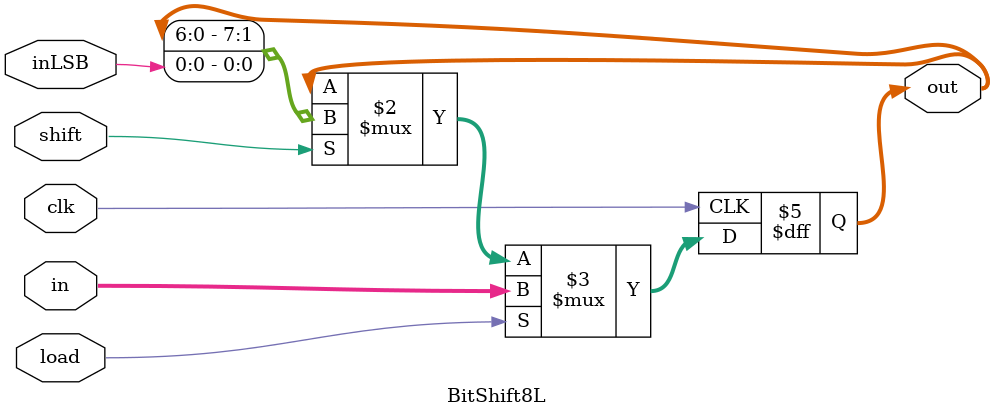
<source format=v>
/**
* 8-bit Shiftregister (shifts to left)
* if      (load == 1)  out[t+1] = in[t]
* else if (shift == 1) out[t+1] = out[t]<<1 | inLSB
* (shift one position to left and insert inLSB as least significant bit)
*/

`default_nettype none
module BitShift8L(
	input clk,
	input [7:0] in,
	input inLSB,
	input load,
	input shift,
	output [7:0] out
);

	reg [7:0] out=0;
	always @(posedge clk)
		out <= load?in:(shift?{out[6:0],inLSB}:out);

endmodule

</source>
